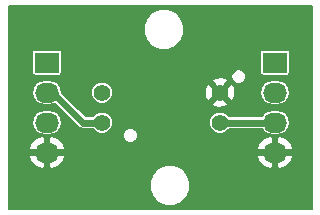
<source format=gbr>
G04 #@! TF.FileFunction,Copper,L1,Top,Signal*
%FSLAX46Y46*%
G04 Gerber Fmt 4.6, Leading zero omitted, Abs format (unit mm)*
G04 Created by KiCad (PCBNEW 4.0.1-2.201512121406+6195~38~ubuntu14.04.1-stable) date Tue 19 Apr 2016 08:35:01 PM CEST*
%MOMM*%
G01*
G04 APERTURE LIST*
%ADD10C,0.150000*%
%ADD11R,2.032000X1.727200*%
%ADD12O,2.032000X1.727200*%
%ADD13C,1.400000*%
%ADD14C,0.609600*%
%ADD15C,0.152400*%
G04 APERTURE END LIST*
D10*
D11*
X125476000Y-80010000D03*
D12*
X125476000Y-82550000D03*
X125476000Y-85090000D03*
X125476000Y-87630000D03*
D11*
X144780000Y-80010000D03*
D12*
X144780000Y-82550000D03*
X144780000Y-85090000D03*
X144780000Y-87630000D03*
D13*
X140128000Y-85090000D03*
X140128000Y-82550000D03*
X130128000Y-85090000D03*
X130128000Y-82550000D03*
D14*
X130128000Y-85090000D02*
X130302000Y-85090000D01*
X125476000Y-82550000D02*
X125984000Y-82550000D01*
X125984000Y-82550000D02*
X128524000Y-85090000D01*
X128524000Y-85090000D02*
X130128000Y-85090000D01*
X144780000Y-85090000D02*
X140128000Y-85090000D01*
D15*
G36*
X147905400Y-92406400D02*
X122223600Y-92406400D01*
X122223600Y-90766331D01*
X134161101Y-90766331D01*
X134423710Y-91401894D01*
X134909548Y-91888581D01*
X135544652Y-92152299D01*
X136232331Y-92152899D01*
X136867894Y-91890290D01*
X137354581Y-91404452D01*
X137618299Y-90769348D01*
X137618899Y-90081669D01*
X137356290Y-89446106D01*
X136870452Y-88959419D01*
X136235348Y-88695701D01*
X135547669Y-88695101D01*
X134912106Y-88957710D01*
X134425419Y-89443548D01*
X134161701Y-90078652D01*
X134161101Y-90766331D01*
X122223600Y-90766331D01*
X122223600Y-88030382D01*
X123932263Y-88030382D01*
X124138637Y-88459530D01*
X124546284Y-88849852D01*
X125072271Y-89054462D01*
X125298200Y-88930191D01*
X125298200Y-87807800D01*
X125653800Y-87807800D01*
X125653800Y-88930191D01*
X125879729Y-89054462D01*
X126405716Y-88849852D01*
X126813363Y-88459530D01*
X127019737Y-88030382D01*
X143236263Y-88030382D01*
X143442637Y-88459530D01*
X143850284Y-88849852D01*
X144376271Y-89054462D01*
X144602200Y-88930191D01*
X144602200Y-87807800D01*
X144957800Y-87807800D01*
X144957800Y-88930191D01*
X145183729Y-89054462D01*
X145709716Y-88849852D01*
X146117363Y-88459530D01*
X146323737Y-88030382D01*
X146221950Y-87807800D01*
X144957800Y-87807800D01*
X144602200Y-87807800D01*
X143338050Y-87807800D01*
X143236263Y-88030382D01*
X127019737Y-88030382D01*
X126917950Y-87807800D01*
X125653800Y-87807800D01*
X125298200Y-87807800D01*
X124034050Y-87807800D01*
X123932263Y-88030382D01*
X122223600Y-88030382D01*
X122223600Y-87229618D01*
X123932263Y-87229618D01*
X124034050Y-87452200D01*
X125298200Y-87452200D01*
X125298200Y-86329809D01*
X125653800Y-86329809D01*
X125653800Y-87452200D01*
X126917950Y-87452200D01*
X127019737Y-87229618D01*
X143236263Y-87229618D01*
X143338050Y-87452200D01*
X144602200Y-87452200D01*
X144602200Y-86329809D01*
X144957800Y-86329809D01*
X144957800Y-87452200D01*
X146221950Y-87452200D01*
X146323737Y-87229618D01*
X146117363Y-86800470D01*
X145709716Y-86410148D01*
X145183729Y-86205538D01*
X144957800Y-86329809D01*
X144602200Y-86329809D01*
X144376271Y-86205538D01*
X143850284Y-86410148D01*
X143442637Y-86800470D01*
X143236263Y-87229618D01*
X127019737Y-87229618D01*
X126813363Y-86800470D01*
X126405716Y-86410148D01*
X126108392Y-86294488D01*
X131899291Y-86294488D01*
X131994788Y-86525608D01*
X132171462Y-86702590D01*
X132402415Y-86798491D01*
X132652488Y-86798709D01*
X132883608Y-86703212D01*
X133060590Y-86526538D01*
X133156491Y-86295585D01*
X133156709Y-86045512D01*
X133061212Y-85814392D01*
X132884538Y-85637410D01*
X132653585Y-85541509D01*
X132403512Y-85541291D01*
X132172392Y-85636788D01*
X131995410Y-85813462D01*
X131899509Y-86044415D01*
X131899291Y-86294488D01*
X126108392Y-86294488D01*
X125879729Y-86205538D01*
X125653800Y-86329809D01*
X125298200Y-86329809D01*
X125072271Y-86205538D01*
X124546284Y-86410148D01*
X124138637Y-86800470D01*
X123932263Y-87229618D01*
X122223600Y-87229618D01*
X122223600Y-85090000D01*
X124207017Y-85090000D01*
X124290156Y-85507967D01*
X124526915Y-85862302D01*
X124881250Y-86099061D01*
X125299217Y-86182200D01*
X125652783Y-86182200D01*
X126070750Y-86099061D01*
X126425085Y-85862302D01*
X126661844Y-85507967D01*
X126744983Y-85090000D01*
X126661844Y-84672033D01*
X126425085Y-84317698D01*
X126070750Y-84080939D01*
X125652783Y-83997800D01*
X125299217Y-83997800D01*
X124881250Y-84080939D01*
X124526915Y-84317698D01*
X124290156Y-84672033D01*
X124207017Y-85090000D01*
X122223600Y-85090000D01*
X122223600Y-82550000D01*
X124207017Y-82550000D01*
X124290156Y-82967967D01*
X124526915Y-83322302D01*
X124881250Y-83559061D01*
X125299217Y-83642200D01*
X125652783Y-83642200D01*
X126070750Y-83559061D01*
X126171440Y-83491782D01*
X128146827Y-85467168D01*
X128146829Y-85467171D01*
X128250563Y-85536484D01*
X128319876Y-85582797D01*
X128524000Y-85623400D01*
X129348376Y-85623400D01*
X129601304Y-85876769D01*
X129942480Y-86018438D01*
X130311900Y-86018760D01*
X130653322Y-85877688D01*
X130914769Y-85616696D01*
X131056438Y-85275520D01*
X131056439Y-85273900D01*
X139199240Y-85273900D01*
X139340312Y-85615322D01*
X139601304Y-85876769D01*
X139942480Y-86018438D01*
X140311900Y-86018760D01*
X140653322Y-85877688D01*
X140908053Y-85623400D01*
X143671286Y-85623400D01*
X143830915Y-85862302D01*
X144185250Y-86099061D01*
X144603217Y-86182200D01*
X144956783Y-86182200D01*
X145374750Y-86099061D01*
X145729085Y-85862302D01*
X145965844Y-85507967D01*
X146048983Y-85090000D01*
X145965844Y-84672033D01*
X145729085Y-84317698D01*
X145374750Y-84080939D01*
X144956783Y-83997800D01*
X144603217Y-83997800D01*
X144185250Y-84080939D01*
X143830915Y-84317698D01*
X143671286Y-84556600D01*
X140907624Y-84556600D01*
X140654696Y-84303231D01*
X140313520Y-84161562D01*
X139944100Y-84161240D01*
X139602678Y-84302312D01*
X139341231Y-84563304D01*
X139199562Y-84904480D01*
X139199240Y-85273900D01*
X131056439Y-85273900D01*
X131056760Y-84906100D01*
X130915688Y-84564678D01*
X130654696Y-84303231D01*
X130313520Y-84161562D01*
X129944100Y-84161240D01*
X129602678Y-84302312D01*
X129347947Y-84556600D01*
X128744941Y-84556600D01*
X127676985Y-83488643D01*
X139440805Y-83488643D01*
X139509350Y-83703990D01*
X139998055Y-83852895D01*
X140506543Y-83803446D01*
X140746650Y-83703990D01*
X140815195Y-83488643D01*
X140128000Y-82801447D01*
X139440805Y-83488643D01*
X127676985Y-83488643D01*
X126922242Y-82733900D01*
X129199240Y-82733900D01*
X129340312Y-83075322D01*
X129601304Y-83336769D01*
X129942480Y-83478438D01*
X130311900Y-83478760D01*
X130653322Y-83337688D01*
X130914769Y-83076696D01*
X131056438Y-82735520D01*
X131056712Y-82420055D01*
X138825105Y-82420055D01*
X138874554Y-82928543D01*
X138974010Y-83168650D01*
X139189357Y-83237195D01*
X139876553Y-82550000D01*
X140379447Y-82550000D01*
X141066643Y-83237195D01*
X141281990Y-83168650D01*
X141430895Y-82679945D01*
X141418259Y-82550000D01*
X143511017Y-82550000D01*
X143594156Y-82967967D01*
X143830915Y-83322302D01*
X144185250Y-83559061D01*
X144603217Y-83642200D01*
X144956783Y-83642200D01*
X145374750Y-83559061D01*
X145729085Y-83322302D01*
X145965844Y-82967967D01*
X146048983Y-82550000D01*
X145965844Y-82132033D01*
X145729085Y-81777698D01*
X145374750Y-81540939D01*
X144956783Y-81457800D01*
X144603217Y-81457800D01*
X144185250Y-81540939D01*
X143830915Y-81777698D01*
X143594156Y-82132033D01*
X143511017Y-82550000D01*
X141418259Y-82550000D01*
X141381446Y-82171457D01*
X141281990Y-81931350D01*
X141066643Y-81862805D01*
X140379447Y-82550000D01*
X139876553Y-82550000D01*
X139189357Y-81862805D01*
X138974010Y-81931350D01*
X138825105Y-82420055D01*
X131056712Y-82420055D01*
X131056760Y-82366100D01*
X130915688Y-82024678D01*
X130654696Y-81763231D01*
X130313520Y-81621562D01*
X129944100Y-81621240D01*
X129602678Y-81762312D01*
X129341231Y-82023304D01*
X129199562Y-82364480D01*
X129199240Y-82733900D01*
X126922242Y-82733900D01*
X126743881Y-82555539D01*
X126744983Y-82550000D01*
X126661844Y-82132033D01*
X126425085Y-81777698D01*
X126176139Y-81611357D01*
X139440805Y-81611357D01*
X140128000Y-82298553D01*
X140815195Y-81611357D01*
X140746650Y-81396010D01*
X140577556Y-81344488D01*
X141099291Y-81344488D01*
X141194788Y-81575608D01*
X141371462Y-81752590D01*
X141602415Y-81848491D01*
X141852488Y-81848709D01*
X142083608Y-81753212D01*
X142260590Y-81576538D01*
X142356491Y-81345585D01*
X142356709Y-81095512D01*
X142261212Y-80864392D01*
X142084538Y-80687410D01*
X141853585Y-80591509D01*
X141603512Y-80591291D01*
X141372392Y-80686788D01*
X141195410Y-80863462D01*
X141099509Y-81094415D01*
X141099291Y-81344488D01*
X140577556Y-81344488D01*
X140257945Y-81247105D01*
X139749457Y-81296554D01*
X139509350Y-81396010D01*
X139440805Y-81611357D01*
X126176139Y-81611357D01*
X126070750Y-81540939D01*
X125652783Y-81457800D01*
X125299217Y-81457800D01*
X124881250Y-81540939D01*
X124526915Y-81777698D01*
X124290156Y-82132033D01*
X124207017Y-82550000D01*
X122223600Y-82550000D01*
X122223600Y-79146400D01*
X124226922Y-79146400D01*
X124226922Y-80873600D01*
X124242862Y-80958314D01*
X124292928Y-81036118D01*
X124369320Y-81088315D01*
X124460000Y-81106678D01*
X126492000Y-81106678D01*
X126576714Y-81090738D01*
X126654518Y-81040672D01*
X126706715Y-80964280D01*
X126725078Y-80873600D01*
X126725078Y-79146400D01*
X143530922Y-79146400D01*
X143530922Y-80873600D01*
X143546862Y-80958314D01*
X143596928Y-81036118D01*
X143673320Y-81088315D01*
X143764000Y-81106678D01*
X145796000Y-81106678D01*
X145880714Y-81090738D01*
X145958518Y-81040672D01*
X146010715Y-80964280D01*
X146029078Y-80873600D01*
X146029078Y-79146400D01*
X146013138Y-79061686D01*
X145963072Y-78983882D01*
X145886680Y-78931685D01*
X145796000Y-78913322D01*
X143764000Y-78913322D01*
X143679286Y-78929262D01*
X143601482Y-78979328D01*
X143549285Y-79055720D01*
X143530922Y-79146400D01*
X126725078Y-79146400D01*
X126709138Y-79061686D01*
X126659072Y-78983882D01*
X126582680Y-78931685D01*
X126492000Y-78913322D01*
X124460000Y-78913322D01*
X124375286Y-78929262D01*
X124297482Y-78979328D01*
X124245285Y-79055720D01*
X124226922Y-79146400D01*
X122223600Y-79146400D01*
X122223600Y-77558331D01*
X133653101Y-77558331D01*
X133915710Y-78193894D01*
X134401548Y-78680581D01*
X135036652Y-78944299D01*
X135724331Y-78944899D01*
X136359894Y-78682290D01*
X136846581Y-78196452D01*
X137110299Y-77561348D01*
X137110899Y-76873669D01*
X136848290Y-76238106D01*
X136362452Y-75751419D01*
X135727348Y-75487701D01*
X135039669Y-75487101D01*
X134404106Y-75749710D01*
X133917419Y-76235548D01*
X133653701Y-76870652D01*
X133653101Y-77558331D01*
X122223600Y-77558331D01*
X122223600Y-75233600D01*
X147905400Y-75233600D01*
X147905400Y-92406400D01*
X147905400Y-92406400D01*
G37*
X147905400Y-92406400D02*
X122223600Y-92406400D01*
X122223600Y-90766331D01*
X134161101Y-90766331D01*
X134423710Y-91401894D01*
X134909548Y-91888581D01*
X135544652Y-92152299D01*
X136232331Y-92152899D01*
X136867894Y-91890290D01*
X137354581Y-91404452D01*
X137618299Y-90769348D01*
X137618899Y-90081669D01*
X137356290Y-89446106D01*
X136870452Y-88959419D01*
X136235348Y-88695701D01*
X135547669Y-88695101D01*
X134912106Y-88957710D01*
X134425419Y-89443548D01*
X134161701Y-90078652D01*
X134161101Y-90766331D01*
X122223600Y-90766331D01*
X122223600Y-88030382D01*
X123932263Y-88030382D01*
X124138637Y-88459530D01*
X124546284Y-88849852D01*
X125072271Y-89054462D01*
X125298200Y-88930191D01*
X125298200Y-87807800D01*
X125653800Y-87807800D01*
X125653800Y-88930191D01*
X125879729Y-89054462D01*
X126405716Y-88849852D01*
X126813363Y-88459530D01*
X127019737Y-88030382D01*
X143236263Y-88030382D01*
X143442637Y-88459530D01*
X143850284Y-88849852D01*
X144376271Y-89054462D01*
X144602200Y-88930191D01*
X144602200Y-87807800D01*
X144957800Y-87807800D01*
X144957800Y-88930191D01*
X145183729Y-89054462D01*
X145709716Y-88849852D01*
X146117363Y-88459530D01*
X146323737Y-88030382D01*
X146221950Y-87807800D01*
X144957800Y-87807800D01*
X144602200Y-87807800D01*
X143338050Y-87807800D01*
X143236263Y-88030382D01*
X127019737Y-88030382D01*
X126917950Y-87807800D01*
X125653800Y-87807800D01*
X125298200Y-87807800D01*
X124034050Y-87807800D01*
X123932263Y-88030382D01*
X122223600Y-88030382D01*
X122223600Y-87229618D01*
X123932263Y-87229618D01*
X124034050Y-87452200D01*
X125298200Y-87452200D01*
X125298200Y-86329809D01*
X125653800Y-86329809D01*
X125653800Y-87452200D01*
X126917950Y-87452200D01*
X127019737Y-87229618D01*
X143236263Y-87229618D01*
X143338050Y-87452200D01*
X144602200Y-87452200D01*
X144602200Y-86329809D01*
X144957800Y-86329809D01*
X144957800Y-87452200D01*
X146221950Y-87452200D01*
X146323737Y-87229618D01*
X146117363Y-86800470D01*
X145709716Y-86410148D01*
X145183729Y-86205538D01*
X144957800Y-86329809D01*
X144602200Y-86329809D01*
X144376271Y-86205538D01*
X143850284Y-86410148D01*
X143442637Y-86800470D01*
X143236263Y-87229618D01*
X127019737Y-87229618D01*
X126813363Y-86800470D01*
X126405716Y-86410148D01*
X126108392Y-86294488D01*
X131899291Y-86294488D01*
X131994788Y-86525608D01*
X132171462Y-86702590D01*
X132402415Y-86798491D01*
X132652488Y-86798709D01*
X132883608Y-86703212D01*
X133060590Y-86526538D01*
X133156491Y-86295585D01*
X133156709Y-86045512D01*
X133061212Y-85814392D01*
X132884538Y-85637410D01*
X132653585Y-85541509D01*
X132403512Y-85541291D01*
X132172392Y-85636788D01*
X131995410Y-85813462D01*
X131899509Y-86044415D01*
X131899291Y-86294488D01*
X126108392Y-86294488D01*
X125879729Y-86205538D01*
X125653800Y-86329809D01*
X125298200Y-86329809D01*
X125072271Y-86205538D01*
X124546284Y-86410148D01*
X124138637Y-86800470D01*
X123932263Y-87229618D01*
X122223600Y-87229618D01*
X122223600Y-85090000D01*
X124207017Y-85090000D01*
X124290156Y-85507967D01*
X124526915Y-85862302D01*
X124881250Y-86099061D01*
X125299217Y-86182200D01*
X125652783Y-86182200D01*
X126070750Y-86099061D01*
X126425085Y-85862302D01*
X126661844Y-85507967D01*
X126744983Y-85090000D01*
X126661844Y-84672033D01*
X126425085Y-84317698D01*
X126070750Y-84080939D01*
X125652783Y-83997800D01*
X125299217Y-83997800D01*
X124881250Y-84080939D01*
X124526915Y-84317698D01*
X124290156Y-84672033D01*
X124207017Y-85090000D01*
X122223600Y-85090000D01*
X122223600Y-82550000D01*
X124207017Y-82550000D01*
X124290156Y-82967967D01*
X124526915Y-83322302D01*
X124881250Y-83559061D01*
X125299217Y-83642200D01*
X125652783Y-83642200D01*
X126070750Y-83559061D01*
X126171440Y-83491782D01*
X128146827Y-85467168D01*
X128146829Y-85467171D01*
X128250563Y-85536484D01*
X128319876Y-85582797D01*
X128524000Y-85623400D01*
X129348376Y-85623400D01*
X129601304Y-85876769D01*
X129942480Y-86018438D01*
X130311900Y-86018760D01*
X130653322Y-85877688D01*
X130914769Y-85616696D01*
X131056438Y-85275520D01*
X131056439Y-85273900D01*
X139199240Y-85273900D01*
X139340312Y-85615322D01*
X139601304Y-85876769D01*
X139942480Y-86018438D01*
X140311900Y-86018760D01*
X140653322Y-85877688D01*
X140908053Y-85623400D01*
X143671286Y-85623400D01*
X143830915Y-85862302D01*
X144185250Y-86099061D01*
X144603217Y-86182200D01*
X144956783Y-86182200D01*
X145374750Y-86099061D01*
X145729085Y-85862302D01*
X145965844Y-85507967D01*
X146048983Y-85090000D01*
X145965844Y-84672033D01*
X145729085Y-84317698D01*
X145374750Y-84080939D01*
X144956783Y-83997800D01*
X144603217Y-83997800D01*
X144185250Y-84080939D01*
X143830915Y-84317698D01*
X143671286Y-84556600D01*
X140907624Y-84556600D01*
X140654696Y-84303231D01*
X140313520Y-84161562D01*
X139944100Y-84161240D01*
X139602678Y-84302312D01*
X139341231Y-84563304D01*
X139199562Y-84904480D01*
X139199240Y-85273900D01*
X131056439Y-85273900D01*
X131056760Y-84906100D01*
X130915688Y-84564678D01*
X130654696Y-84303231D01*
X130313520Y-84161562D01*
X129944100Y-84161240D01*
X129602678Y-84302312D01*
X129347947Y-84556600D01*
X128744941Y-84556600D01*
X127676985Y-83488643D01*
X139440805Y-83488643D01*
X139509350Y-83703990D01*
X139998055Y-83852895D01*
X140506543Y-83803446D01*
X140746650Y-83703990D01*
X140815195Y-83488643D01*
X140128000Y-82801447D01*
X139440805Y-83488643D01*
X127676985Y-83488643D01*
X126922242Y-82733900D01*
X129199240Y-82733900D01*
X129340312Y-83075322D01*
X129601304Y-83336769D01*
X129942480Y-83478438D01*
X130311900Y-83478760D01*
X130653322Y-83337688D01*
X130914769Y-83076696D01*
X131056438Y-82735520D01*
X131056712Y-82420055D01*
X138825105Y-82420055D01*
X138874554Y-82928543D01*
X138974010Y-83168650D01*
X139189357Y-83237195D01*
X139876553Y-82550000D01*
X140379447Y-82550000D01*
X141066643Y-83237195D01*
X141281990Y-83168650D01*
X141430895Y-82679945D01*
X141418259Y-82550000D01*
X143511017Y-82550000D01*
X143594156Y-82967967D01*
X143830915Y-83322302D01*
X144185250Y-83559061D01*
X144603217Y-83642200D01*
X144956783Y-83642200D01*
X145374750Y-83559061D01*
X145729085Y-83322302D01*
X145965844Y-82967967D01*
X146048983Y-82550000D01*
X145965844Y-82132033D01*
X145729085Y-81777698D01*
X145374750Y-81540939D01*
X144956783Y-81457800D01*
X144603217Y-81457800D01*
X144185250Y-81540939D01*
X143830915Y-81777698D01*
X143594156Y-82132033D01*
X143511017Y-82550000D01*
X141418259Y-82550000D01*
X141381446Y-82171457D01*
X141281990Y-81931350D01*
X141066643Y-81862805D01*
X140379447Y-82550000D01*
X139876553Y-82550000D01*
X139189357Y-81862805D01*
X138974010Y-81931350D01*
X138825105Y-82420055D01*
X131056712Y-82420055D01*
X131056760Y-82366100D01*
X130915688Y-82024678D01*
X130654696Y-81763231D01*
X130313520Y-81621562D01*
X129944100Y-81621240D01*
X129602678Y-81762312D01*
X129341231Y-82023304D01*
X129199562Y-82364480D01*
X129199240Y-82733900D01*
X126922242Y-82733900D01*
X126743881Y-82555539D01*
X126744983Y-82550000D01*
X126661844Y-82132033D01*
X126425085Y-81777698D01*
X126176139Y-81611357D01*
X139440805Y-81611357D01*
X140128000Y-82298553D01*
X140815195Y-81611357D01*
X140746650Y-81396010D01*
X140577556Y-81344488D01*
X141099291Y-81344488D01*
X141194788Y-81575608D01*
X141371462Y-81752590D01*
X141602415Y-81848491D01*
X141852488Y-81848709D01*
X142083608Y-81753212D01*
X142260590Y-81576538D01*
X142356491Y-81345585D01*
X142356709Y-81095512D01*
X142261212Y-80864392D01*
X142084538Y-80687410D01*
X141853585Y-80591509D01*
X141603512Y-80591291D01*
X141372392Y-80686788D01*
X141195410Y-80863462D01*
X141099509Y-81094415D01*
X141099291Y-81344488D01*
X140577556Y-81344488D01*
X140257945Y-81247105D01*
X139749457Y-81296554D01*
X139509350Y-81396010D01*
X139440805Y-81611357D01*
X126176139Y-81611357D01*
X126070750Y-81540939D01*
X125652783Y-81457800D01*
X125299217Y-81457800D01*
X124881250Y-81540939D01*
X124526915Y-81777698D01*
X124290156Y-82132033D01*
X124207017Y-82550000D01*
X122223600Y-82550000D01*
X122223600Y-79146400D01*
X124226922Y-79146400D01*
X124226922Y-80873600D01*
X124242862Y-80958314D01*
X124292928Y-81036118D01*
X124369320Y-81088315D01*
X124460000Y-81106678D01*
X126492000Y-81106678D01*
X126576714Y-81090738D01*
X126654518Y-81040672D01*
X126706715Y-80964280D01*
X126725078Y-80873600D01*
X126725078Y-79146400D01*
X143530922Y-79146400D01*
X143530922Y-80873600D01*
X143546862Y-80958314D01*
X143596928Y-81036118D01*
X143673320Y-81088315D01*
X143764000Y-81106678D01*
X145796000Y-81106678D01*
X145880714Y-81090738D01*
X145958518Y-81040672D01*
X146010715Y-80964280D01*
X146029078Y-80873600D01*
X146029078Y-79146400D01*
X146013138Y-79061686D01*
X145963072Y-78983882D01*
X145886680Y-78931685D01*
X145796000Y-78913322D01*
X143764000Y-78913322D01*
X143679286Y-78929262D01*
X143601482Y-78979328D01*
X143549285Y-79055720D01*
X143530922Y-79146400D01*
X126725078Y-79146400D01*
X126709138Y-79061686D01*
X126659072Y-78983882D01*
X126582680Y-78931685D01*
X126492000Y-78913322D01*
X124460000Y-78913322D01*
X124375286Y-78929262D01*
X124297482Y-78979328D01*
X124245285Y-79055720D01*
X124226922Y-79146400D01*
X122223600Y-79146400D01*
X122223600Y-77558331D01*
X133653101Y-77558331D01*
X133915710Y-78193894D01*
X134401548Y-78680581D01*
X135036652Y-78944299D01*
X135724331Y-78944899D01*
X136359894Y-78682290D01*
X136846581Y-78196452D01*
X137110299Y-77561348D01*
X137110899Y-76873669D01*
X136848290Y-76238106D01*
X136362452Y-75751419D01*
X135727348Y-75487701D01*
X135039669Y-75487101D01*
X134404106Y-75749710D01*
X133917419Y-76235548D01*
X133653701Y-76870652D01*
X133653101Y-77558331D01*
X122223600Y-77558331D01*
X122223600Y-75233600D01*
X147905400Y-75233600D01*
X147905400Y-92406400D01*
M02*

</source>
